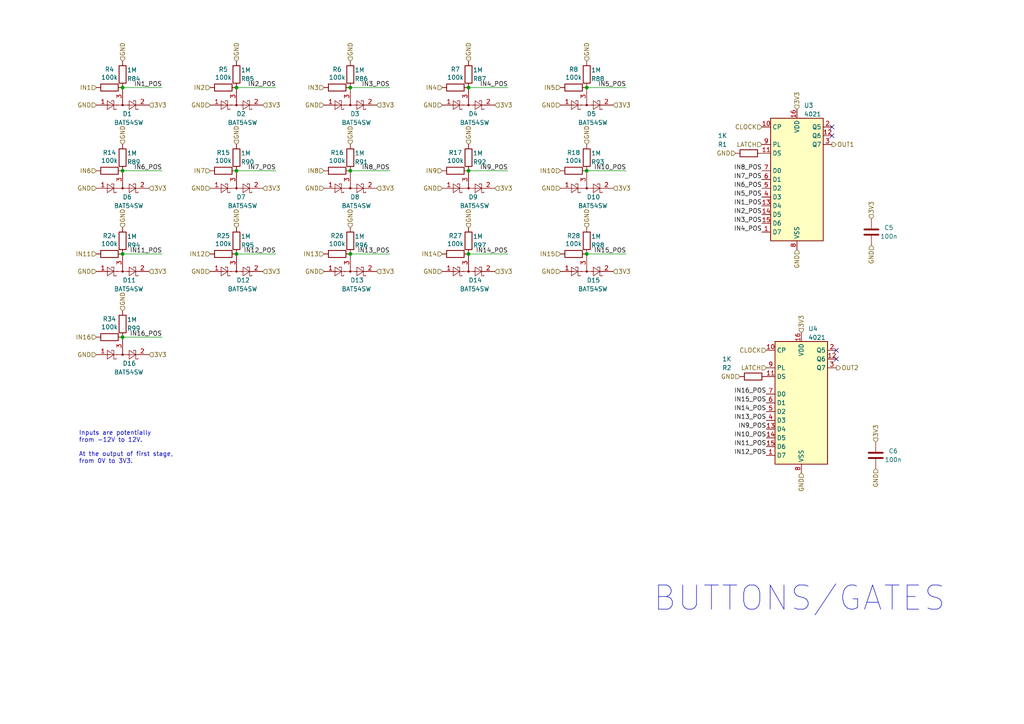
<source format=kicad_sch>
(kicad_sch (version 20211123) (generator eeschema)
  (paper "A4")
  (lib_symbols
    (symbol "4xxx:4021"
      (property "Reference" "U" (at -5.08 19.05 0))
      (property "Value" "4021" (at 3.81 19.05 0))
      (symbol "4021_0_1"
        (rectangle (start -7.62 17.78) (end 7.62 -17.78) (stroke (width 0.254)) (fill (type background)))
      )
      (symbol "4021_1_1"
        (pin input line (at -10.16 -15.24 0) (length 2.54) (name "D7") (number "1"))
        (pin input line (at -10.16 15.24 0) (length 2.54) (name "CP") (number "10"))
        (pin input line (at -10.16 7.62 0) (length 2.54) (name "DS") (number "11"))
        (pin output line (at 10.16 12.7 180) (length 2.54) (name "Q6") (number "12"))
        (pin input line (at -10.16 -7.62 0) (length 2.54) (name "D4") (number "13"))
        (pin input line (at -10.16 -10.16 0) (length 2.54) (name "D5") (number "14"))
        (pin input line (at -10.16 -12.7 0) (length 2.54) (name "D6") (number "15"))
        (pin power_in line (at 0 20.32 270) (length 2.54) (name "VDD") (number "16"))
        (pin output line (at 10.16 15.24 180) (length 2.54) (name "Q5") (number "2"))
        (pin output line (at 10.16 10.16 180) (length 2.54) (name "Q7") (number "3"))
        (pin input line (at -10.16 -5.08 0) (length 2.54) (name "D3") (number "4"))
        (pin input line (at -10.16 -2.54 0) (length 2.54) (name "D2") (number "5"))
        (pin input line (at -10.16 0 0) (length 2.54) (name "D1") (number "6"))
        (pin input line (at -10.16 2.54 0) (length 2.54) (name "D0") (number "7"))
        (pin power_in line (at 0 -20.32 90) (length 2.54) (name "VSS") (number "8"))
        (pin input line (at -10.16 10.16 0) (length 2.54) (name "PL") (number "9"))
      )
    )
    (symbol "Device:C" (pin_numbers hide) (pin_names (offset 0.254))
      (property "Reference" "C" (at 0.635 2.54 0))
      (property "Value" "C" (at 0.635 -2.54 0))
      (symbol "C_0_1"
        (polyline (pts (xy -2.032 -0.762) (xy 2.032 -0.762)) (stroke (width 0.508)))
        (polyline (pts (xy -2.032 0.762) (xy 2.032 0.762)) (stroke (width 0.508)))
      )
      (symbol "C_1_1"
        (pin passive line (at 0 3.81 270) (length 2.794) (name "~") (number "1"))
        (pin passive line (at 0 -3.81 90) (length 2.794) (name "~") (number "2"))
      )
    )
    (symbol "Device:R" (pin_numbers hide) (pin_names (offset 0))
      (property "Reference" "R" (at 2.032 0 90))
      (property "Value" "R" (at 0 0 90))
      (symbol "R_0_1"
        (rectangle (start -1.016 -2.54) (end 1.016 2.54) (stroke (width 0.254)))
      )
      (symbol "R_1_1"
        (pin passive line (at 0 3.81 270) (length 1.27) (name "~") (number "1"))
        (pin passive line (at 0 -3.81 90) (length 1.27) (name "~") (number "2"))
      )
    )
    (symbol "Diode:BAT54SW" (pin_names (offset 1.016))
      (property "Reference" "D" (at 0.635 -3.81 0))
      (property "Value" "BAT54SW" (at -6.35 3.175 0))
      (symbol "BAT54SW_0_1"
        (polyline (pts (xy -3.81 0) (xy -1.27 0)))
        (polyline (pts (xy -3.175 -1.27) (xy -3.175 -1.016)))
        (polyline (pts (xy -2.54 -1.27) (xy -3.175 -1.27)))
        (polyline (pts (xy -2.54 -1.27) (xy -2.54 1.27)))
        (polyline (pts (xy -2.54 1.27) (xy -1.905 1.27)))
        (polyline (pts (xy -1.905 0) (xy 1.905 0)))
        (polyline (pts (xy -1.905 1.27) (xy -1.905 1.016)))
        (polyline (pts (xy 1.27 0) (xy 3.81 0)))
        (polyline (pts (xy 3.175 -1.27) (xy 3.175 -1.016)))
        (polyline (pts (xy 3.81 -1.27) (xy 3.175 -1.27)))
        (polyline (pts (xy 3.81 -1.27) (xy 3.81 1.27)))
        (polyline (pts (xy 3.81 1.27) (xy 4.445 1.27)))
        (polyline (pts (xy 4.445 1.27) (xy 4.445 1.016)))
        (polyline (pts (xy -4.445 1.27) (xy -4.445 -1.27) (xy -2.54 0) (xy -4.445 1.27)))
        (polyline (pts (xy 1.905 1.27) (xy 1.905 -1.27) (xy 3.81 0) (xy 1.905 1.27)))
        (circle (center 0 0) (radius 0.254) (fill (type outline)))
      )
      (symbol "BAT54SW_1_1"
        (pin passive line (at -7.62 0 0) (length 3.81) (name "~") (number "1"))
        (pin passive line (at 7.62 0 180) (length 3.81) (name "~") (number "2"))
        (pin passive line (at 0 -5.08 90) (length 5.08) (name "~") (number "3"))
      )
    )
  )
  (junction (at 170.18 25.4))
  (junction (at 68.58 25.4))
  (junction (at 35.56 97.79))
  (junction (at 135.89 49.53))
  (junction (at 101.6 49.53))
  (junction (at 101.6 25.4))
  (junction (at 35.56 73.66))
  (junction (at 135.89 25.4))
  (junction (at 68.58 49.53))
  (junction (at 170.18 49.53))
  (junction (at 170.18 73.66))
  (junction (at 101.6 73.66))
  (junction (at 35.56 25.4))
  (junction (at 35.56 49.53))
  (junction (at 68.58 73.66))
  (junction (at 135.89 73.66))
  (no_connect (at 242.57 104.14))
  (no_connect (at 241.3 39.37))
  (no_connect (at 242.57 101.6))
  (no_connect (at 241.3 36.83))
  (wire (pts (xy 68.58 73.66) (xy 80.01 73.66)))
  (wire (pts (xy 135.89 25.4) (xy 147.32 25.4)))
  (wire (pts (xy 170.18 25.4) (xy 181.61 25.4)))
  (wire (pts (xy 135.89 73.66) (xy 147.32 73.66)))
  (wire (pts (xy 101.6 73.66) (xy 113.03 73.66)))
  (wire (pts (xy 35.56 25.4) (xy 46.99 25.4)))
  (wire (pts (xy 101.6 25.4) (xy 113.03 25.4)))
  (wire (pts (xy 68.58 25.4) (xy 80.01 25.4)))
  (wire (pts (xy 135.89 49.53) (xy 147.32 49.53)))
  (wire (pts (xy 170.18 49.53) (xy 181.61 49.53)))
  (wire (pts (xy 35.56 49.53) (xy 46.99 49.53)))
  (wire (pts (xy 170.18 73.66) (xy 181.61 73.66)))
  (wire (pts (xy 35.56 73.66) (xy 46.99 73.66)))
  (wire (pts (xy 35.56 97.79) (xy 46.99 97.79)))
  (wire (pts (xy 68.58 49.53) (xy 80.01 49.53)))
  (wire (pts (xy 101.6 49.53) (xy 113.03 49.53)))
  (text "BUTTONS/GATES" (at 189.23 177.8 0) (effects (font (size 7.0104 7.0104)) (justify left bottom)))
  (text "Inputs are potentially\nfrom -12V to 12V.\n\nAt the output of first stage,\nfrom 0V to 3V3." (at 22.86 134.62 0) (effects (font (size 1.27 1.27)) (justify left bottom)))
  (label "IN12_POS" (at 80.01 73.66 180))
  (label "IN9_POS" (at 222.25 124.46 180))
  (label "IN1_POS" (at 46.99 25.4 180))
  (label "IN2_POS" (at 220.98 62.23 180))
  (label "IN16_POS" (at 222.25 114.3 180))
  (label "IN12_POS" (at 222.25 132.08 180))
  (label "IN4_POS" (at 220.98 67.31 180))
  (label "IN7_POS" (at 80.01 49.53 180))
  (label "IN13_POS" (at 113.03 73.66 180))
  (label "IN7_POS" (at 220.98 52.07 180))
  (label "IN11_POS" (at 222.25 129.54 180))
  (label "IN8_POS" (at 113.03 49.53 180))
  (label "IN5_POS" (at 181.61 25.4 180))
  (label "IN8_POS" (at 220.98 49.53 180))
  (label "IN16_POS" (at 46.99 97.79 180))
  (label "IN13_POS" (at 222.25 121.92 180))
  (label "IN10_POS" (at 222.25 127 180))
  (label "IN2_POS" (at 80.01 25.4 180))
  (label "IN14_POS" (at 222.25 119.38 180))
  (label "IN4_POS" (at 147.32 25.4 180))
  (label "IN3_POS" (at 113.03 25.4 180))
  (label "IN5_POS" (at 220.98 57.15 180))
  (label "IN9_POS" (at 147.32 49.53 180))
  (label "IN11_POS" (at 46.99 73.66 180))
  (label "IN6_POS" (at 46.99 49.53 180))
  (label "IN14_POS" (at 147.32 73.66 180))
  (label "IN15_POS" (at 222.25 116.84 180))
  (label "IN10_POS" (at 181.61 49.53 180))
  (label "IN15_POS" (at 181.61 73.66 180))
  (label "IN3_POS" (at 220.98 64.77 180))
  (label "IN1_POS" (at 220.98 59.69 180))
  (label "IN6_POS" (at 220.98 54.61 180))
  (hierarchical_label "GND" (shape input) (at 170.18 41.91 90))
  (hierarchical_label "GND" (shape input) (at 68.58 41.91 90))
  (hierarchical_label "3V3" (shape input) (at 254 128.27 90))
  (hierarchical_label "IN16" (shape input) (at 27.94 97.79 180))
  (hierarchical_label "3V3" (shape input) (at 76.2 54.61 0))
  (hierarchical_label "3V3" (shape input) (at 109.22 30.48 0))
  (hierarchical_label "GND" (shape input) (at 162.56 30.48 180))
  (hierarchical_label "GND" (shape input) (at 60.96 78.74 180))
  (hierarchical_label "GND" (shape input) (at 252.73 71.12 270))
  (hierarchical_label "GND" (shape input) (at 128.27 54.61 180))
  (hierarchical_label "GND" (shape input) (at 128.27 78.74 180))
  (hierarchical_label "GND" (shape input) (at 27.94 30.48 180))
  (hierarchical_label "GND" (shape input) (at 35.56 66.04 90))
  (hierarchical_label "IN7" (shape input) (at 60.96 49.53 180))
  (hierarchical_label "GND" (shape input) (at 27.94 54.61 180))
  (hierarchical_label "3V3" (shape input) (at 177.8 30.48 0))
  (hierarchical_label "LATCH" (shape input) (at 222.25 106.68 180))
  (hierarchical_label "3V3" (shape input) (at 76.2 30.48 0))
  (hierarchical_label "3V3" (shape input) (at 232.41 96.52 90))
  (hierarchical_label "3V3" (shape input) (at 252.73 63.5 90))
  (hierarchical_label "IN3" (shape input) (at 93.98 25.4 180))
  (hierarchical_label "IN15" (shape input) (at 162.56 73.66 180))
  (hierarchical_label "3V3" (shape input) (at 76.2 78.74 0))
  (hierarchical_label "GND" (shape input) (at 135.89 66.04 90))
  (hierarchical_label "LATCH" (shape input) (at 220.98 41.91 180))
  (hierarchical_label "CLOCK" (shape input) (at 220.98 36.83 180))
  (hierarchical_label "3V3" (shape input) (at 109.22 78.74 0))
  (hierarchical_label "GND" (shape input) (at 93.98 78.74 180))
  (hierarchical_label "GND" (shape input) (at 27.94 78.74 180))
  (hierarchical_label "3V3" (shape input) (at 43.18 102.87 0))
  (hierarchical_label "3V3" (shape input) (at 43.18 54.61 0))
  (hierarchical_label "GND" (shape input) (at 213.36 44.45 180))
  (hierarchical_label "3V3" (shape input) (at 43.18 78.74 0))
  (hierarchical_label "OUT1" (shape output) (at 241.3 41.91 0))
  (hierarchical_label "OUT2" (shape output) (at 242.57 106.68 0))
  (hierarchical_label "GND" (shape input) (at 93.98 54.61 180))
  (hierarchical_label "3V3" (shape input) (at 143.51 78.74 0))
  (hierarchical_label "3V3" (shape input) (at 231.14 31.75 90))
  (hierarchical_label "GND" (shape input) (at 162.56 54.61 180))
  (hierarchical_label "GND" (shape input) (at 101.6 66.04 90))
  (hierarchical_label "IN5" (shape input) (at 162.56 25.4 180))
  (hierarchical_label "GND" (shape input) (at 35.56 17.78 90))
  (hierarchical_label "3V3" (shape input) (at 143.51 54.61 0))
  (hierarchical_label "CLOCK" (shape input) (at 222.25 101.6 180))
  (hierarchical_label "GND" (shape input) (at 214.63 109.22 180))
  (hierarchical_label "3V3" (shape input) (at 177.8 54.61 0))
  (hierarchical_label "3V3" (shape input) (at 143.51 30.48 0))
  (hierarchical_label "GND" (shape input) (at 60.96 30.48 180))
  (hierarchical_label "GND" (shape input) (at 35.56 41.91 90))
  (hierarchical_label "IN8" (shape input) (at 93.98 49.53 180))
  (hierarchical_label "IN2" (shape input) (at 60.96 25.4 180))
  (hierarchical_label "GND" (shape input) (at 254 135.89 270))
  (hierarchical_label "GND" (shape input) (at 232.41 137.16 270))
  (hierarchical_label "GND" (shape input) (at 135.89 41.91 90))
  (hierarchical_label "IN11" (shape input) (at 27.94 73.66 180))
  (hierarchical_label "IN13" (shape input) (at 93.98 73.66 180))
  (hierarchical_label "GND" (shape input) (at 128.27 30.48 180))
  (hierarchical_label "IN4" (shape input) (at 128.27 25.4 180))
  (hierarchical_label "GND" (shape input) (at 170.18 17.78 90))
  (hierarchical_label "IN10" (shape input) (at 162.56 49.53 180))
  (hierarchical_label "GND" (shape input) (at 27.94 102.87 180))
  (hierarchical_label "IN14" (shape input) (at 128.27 73.66 180))
  (hierarchical_label "IN9" (shape input) (at 128.27 49.53 180))
  (hierarchical_label "3V3" (shape input) (at 177.8 78.74 0))
  (hierarchical_label "GND" (shape input) (at 93.98 30.48 180))
  (hierarchical_label "GND" (shape input) (at 101.6 17.78 90))
  (hierarchical_label "GND" (shape input) (at 170.18 66.04 90))
  (hierarchical_label "IN1" (shape input) (at 27.94 25.4 180))
  (hierarchical_label "3V3" (shape input) (at 43.18 30.48 0))
  (hierarchical_label "GND" (shape input) (at 60.96 54.61 180))
  (hierarchical_label "GND" (shape input) (at 231.14 72.39 270))
  (hierarchical_label "GND" (shape input) (at 68.58 66.04 90))
  (hierarchical_label "IN6" (shape input) (at 27.94 49.53 180))
  (hierarchical_label "GND" (shape input) (at 68.58 17.78 90))
  (hierarchical_label "GND" (shape input) (at 162.56 78.74 180))
  (hierarchical_label "GND" (shape input) (at 101.6 41.91 90))
  (hierarchical_label "IN12" (shape input) (at 60.96 73.66 180))
  (hierarchical_label "GND" (shape input) (at 35.56 90.17 90))
  (hierarchical_label "3V3" (shape input) (at 109.22 54.61 0))
  (hierarchical_label "GND" (shape input) (at 135.89 17.78 90))
  (symbol (lib_id "Device:C") (at 252.73 67.31 180) (unit 1)
    (property "Reference" "C5" (at 257.81 66.04 0))
    (property "Value" "100n" (at 257.81 68.58 0))
    (property "Footprint" "Capacitor_SMD:C_0603_1608Metric" (effects hide))
    (property "Device" "Ceramic Capacitor" (effects hide))
    (property "Description" "CAP CER 0.1UF 25V X7R 0603" (effects hide))
    (property "Place" "Yes" (effects hide))
    (property "Dist" "Digikey" (effects hide))
    (property "DistPartNumber" "478-7018-1-ND" (effects hide))
    (property "DistLink" "https://www.digikey.de/en/products/detail/kyocera-avx/06033C104KAT4A/3247517" (effects hide))
    (property "Package" "0603" (effects hide))
    (property "JlcPcbPartNumber" "C14663" (effects hide))
  )
  (symbol (lib_id "Device:R") (at 31.75 25.4 270) (unit 1)
    (property "Reference" "R4" (at 31.75 20.1422 90))
    (property "Value" "100k" (at 31.75 22.4536 90))
    (property "Footprint" "Resistor_SMD:R_0603_1608Metric" (effects hide))
    (property "Device" "Resistor" (effects hide))
    (property "Description" "RES SMD 100K OHM 1% 1/10W 0603" (effects hide))
    (property "Place" "Yes" (effects hide))
    (property "Dist" "Digikey" (effects hide))
    (property "DistPartNumber" "541-100KHCT-ND" (effects hide))
    (property "DistLink" "https://www.digikey.de/product-detail/en/vishay-dale/CRCW0603100KFKEA/541-100KHCT-ND/1180038" (effects hide))
    (property "Package" "0603" (effects hide))
    (property "JlcPcbPartNumber" "C25803" (effects hide))
  )
  (symbol (lib_id "Device:R") (at 64.77 25.4 270) (unit 1)
    (property "Reference" "R5" (at 64.77 20.1422 90))
    (property "Value" "100k" (at 64.77 22.4536 90))
    (property "Footprint" "Resistor_SMD:R_0603_1608Metric" (effects hide))
    (property "Device" "Resistor" (effects hide))
    (property "Description" "RES SMD 100K OHM 1% 1/10W 0603" (effects hide))
    (property "Place" "Yes" (effects hide))
    (property "Dist" "Digikey" (effects hide))
    (property "DistPartNumber" "541-100KHCT-ND" (effects hide))
    (property "DistLink" "https://www.digikey.de/product-detail/en/vishay-dale/CRCW0603100KFKEA/541-100KHCT-ND/1180038" (effects hide))
    (property "Package" "0603" (effects hide))
    (property "JlcPcbPartNumber" "C25803" (effects hide))
  )
  (symbol (lib_id "Device:R") (at 97.79 25.4 270) (unit 1)
    (property "Reference" "R6" (at 97.79 20.1422 90))
    (property "Value" "100k" (at 97.79 22.4536 90))
    (property "Footprint" "Resistor_SMD:R_0603_1608Metric" (effects hide))
    (property "Device" "Resistor" (effects hide))
    (property "Description" "RES SMD 100K OHM 1% 1/10W 0603" (effects hide))
    (property "Place" "Yes" (effects hide))
    (property "Dist" "Digikey" (effects hide))
    (property "DistPartNumber" "541-100KHCT-ND" (effects hide))
    (property "DistLink" "https://www.digikey.de/product-detail/en/vishay-dale/CRCW0603100KFKEA/541-100KHCT-ND/1180038" (effects hide))
    (property "Package" "0603" (effects hide))
    (property "JlcPcbPartNumber" "C25803" (effects hide))
  )
  (symbol (lib_id "Device:R") (at 132.08 25.4 270) (unit 1)
    (property "Reference" "R7" (at 132.08 20.1422 90))
    (property "Value" "100k" (at 132.08 22.4536 90))
    (property "Footprint" "Resistor_SMD:R_0603_1608Metric" (effects hide))
    (property "Device" "Resistor" (effects hide))
    (property "Description" "RES SMD 100K OHM 1% 1/10W 0603" (effects hide))
    (property "Place" "Yes" (effects hide))
    (property "Dist" "Digikey" (effects hide))
    (property "DistPartNumber" "541-100KHCT-ND" (effects hide))
    (property "DistLink" "https://www.digikey.de/product-detail/en/vishay-dale/CRCW0603100KFKEA/541-100KHCT-ND/1180038" (effects hide))
    (property "Package" "0603" (effects hide))
    (property "JlcPcbPartNumber" "C25803" (effects hide))
  )
  (symbol (lib_id "Device:R") (at 166.37 25.4 270) (unit 1)
    (property "Reference" "R8" (at 166.37 20.1422 90))
    (property "Value" "100k" (at 166.37 22.4536 90))
    (property "Footprint" "Resistor_SMD:R_0603_1608Metric" (effects hide))
    (property "Device" "Resistor" (effects hide))
    (property "Description" "RES SMD 100K OHM 1% 1/10W 0603" (effects hide))
    (property "Place" "Yes" (effects hide))
    (property "Dist" "Digikey" (effects hide))
    (property "DistPartNumber" "541-100KHCT-ND" (effects hide))
    (property "DistLink" "https://www.digikey.de/product-detail/en/vishay-dale/CRCW0603100KFKEA/541-100KHCT-ND/1180038" (effects hide))
    (property "Package" "0603" (effects hide))
    (property "JlcPcbPartNumber" "C25803" (effects hide))
  )
  (symbol (lib_id "Device:R") (at 31.75 49.53 270) (unit 1)
    (property "Reference" "R14" (at 31.75 44.2722 90))
    (property "Value" "100k" (at 31.75 46.5836 90))
    (property "Footprint" "Resistor_SMD:R_0603_1608Metric" (effects hide))
    (property "Device" "Resistor" (effects hide))
    (property "Description" "RES SMD 100K OHM 1% 1/10W 0603" (effects hide))
    (property "Place" "Yes" (effects hide))
    (property "Dist" "Digikey" (effects hide))
    (property "DistPartNumber" "541-100KHCT-ND" (effects hide))
    (property "DistLink" "https://www.digikey.de/product-detail/en/vishay-dale/CRCW0603100KFKEA/541-100KHCT-ND/1180038" (effects hide))
    (property "Package" "0603" (effects hide))
    (property "JlcPcbPartNumber" "C25803" (effects hide))
  )
  (symbol (lib_id "Device:R") (at 64.77 49.53 270) (unit 1)
    (property "Reference" "R15" (at 64.77 44.2722 90))
    (property "Value" "100k" (at 64.77 46.5836 90))
    (property "Footprint" "Resistor_SMD:R_0603_1608Metric" (effects hide))
    (property "Device" "Resistor" (effects hide))
    (property "Description" "RES SMD 100K OHM 1% 1/10W 0603" (effects hide))
    (property "Place" "Yes" (effects hide))
    (property "Dist" "Digikey" (effects hide))
    (property "DistPartNumber" "541-100KHCT-ND" (effects hide))
    (property "DistLink" "https://www.digikey.de/product-detail/en/vishay-dale/CRCW0603100KFKEA/541-100KHCT-ND/1180038" (effects hide))
    (property "Package" "0603" (effects hide))
    (property "JlcPcbPartNumber" "C25803" (effects hide))
  )
  (symbol (lib_id "Device:R") (at 97.79 49.53 270) (unit 1)
    (property "Reference" "R16" (at 97.79 44.2722 90))
    (property "Value" "100k" (at 97.79 46.5836 90))
    (property "Footprint" "Resistor_SMD:R_0603_1608Metric" (effects hide))
    (property "Device" "Resistor" (effects hide))
    (property "Description" "RES SMD 100K OHM 1% 1/10W 0603" (effects hide))
    (property "Place" "Yes" (effects hide))
    (property "Dist" "Digikey" (effects hide))
    (property "DistPartNumber" "541-100KHCT-ND" (effects hide))
    (property "DistLink" "https://www.digikey.de/product-detail/en/vishay-dale/CRCW0603100KFKEA/541-100KHCT-ND/1180038" (effects hide))
    (property "Package" "0603" (effects hide))
    (property "JlcPcbPartNumber" "C25803" (effects hide))
  )
  (symbol (lib_id "Device:R") (at 132.08 49.53 270) (unit 1)
    (property "Reference" "R17" (at 132.08 44.2722 90))
    (property "Value" "100k" (at 132.08 46.5836 90))
    (property "Footprint" "Resistor_SMD:R_0603_1608Metric" (effects hide))
    (property "Device" "Resistor" (effects hide))
    (property "Description" "RES SMD 100K OHM 1% 1/10W 0603" (effects hide))
    (property "Place" "Yes" (effects hide))
    (property "Dist" "Digikey" (effects hide))
    (property "DistPartNumber" "541-100KHCT-ND" (effects hide))
    (property "DistLink" "https://www.digikey.de/product-detail/en/vishay-dale/CRCW0603100KFKEA/541-100KHCT-ND/1180038" (effects hide))
    (property "Package" "0603" (effects hide))
    (property "JlcPcbPartNumber" "C25803" (effects hide))
  )
  (symbol (lib_id "Device:R") (at 166.37 49.53 270) (unit 1)
    (property "Reference" "R18" (at 166.37 44.2722 90))
    (property "Value" "100k" (at 166.37 46.5836 90))
    (property "Footprint" "Resistor_SMD:R_0603_1608Metric" (effects hide))
    (property "Device" "Resistor" (effects hide))
    (property "Description" "RES SMD 100K OHM 1% 1/10W 0603" (effects hide))
    (property "Place" "Yes" (effects hide))
    (property "Dist" "Digikey" (effects hide))
    (property "DistPartNumber" "541-100KHCT-ND" (effects hide))
    (property "DistLink" "https://www.digikey.de/product-detail/en/vishay-dale/CRCW0603100KFKEA/541-100KHCT-ND/1180038" (effects hide))
    (property "Package" "0603" (effects hide))
    (property "JlcPcbPartNumber" "C25803" (effects hide))
  )
  (symbol (lib_id "Device:R") (at 31.75 73.66 270) (unit 1)
    (property "Reference" "R24" (at 31.75 68.4022 90))
    (property "Value" "100k" (at 31.75 70.7136 90))
    (property "Footprint" "Resistor_SMD:R_0603_1608Metric" (effects hide))
    (property "Device" "Resistor" (effects hide))
    (property "Description" "RES SMD 100K OHM 1% 1/10W 0603" (effects hide))
    (property "Place" "Yes" (effects hide))
    (property "Dist" "Digikey" (effects hide))
    (property "DistPartNumber" "541-100KHCT-ND" (effects hide))
    (property "DistLink" "https://www.digikey.de/product-detail/en/vishay-dale/CRCW0603100KFKEA/541-100KHCT-ND/1180038" (effects hide))
    (property "Package" "0603" (effects hide))
    (property "JlcPcbPartNumber" "C25803" (effects hide))
  )
  (symbol (lib_id "Device:R") (at 64.77 73.66 270) (unit 1)
    (property "Reference" "R25" (at 64.77 68.4022 90))
    (property "Value" "100k" (at 64.77 70.7136 90))
    (property "Footprint" "Resistor_SMD:R_0603_1608Metric" (effects hide))
    (property "Device" "Resistor" (effects hide))
    (property "Description" "RES SMD 100K OHM 1% 1/10W 0603" (effects hide))
    (property "Place" "Yes" (effects hide))
    (property "Dist" "Digikey" (effects hide))
    (property "DistPartNumber" "541-100KHCT-ND" (effects hide))
    (property "DistLink" "https://www.digikey.de/product-detail/en/vishay-dale/CRCW0603100KFKEA/541-100KHCT-ND/1180038" (effects hide))
    (property "Package" "0603" (effects hide))
    (property "JlcPcbPartNumber" "C25803" (effects hide))
  )
  (symbol (lib_id "Device:R") (at 97.79 73.66 270) (unit 1)
    (property "Reference" "R26" (at 97.79 68.4022 90))
    (property "Value" "100k" (at 97.79 70.7136 90))
    (property "Footprint" "Resistor_SMD:R_0603_1608Metric" (effects hide))
    (property "Device" "Resistor" (effects hide))
    (property "Description" "RES SMD 100K OHM 1% 1/10W 0603" (effects hide))
    (property "Place" "Yes" (effects hide))
    (property "Dist" "Digikey" (effects hide))
    (property "DistPartNumber" "541-100KHCT-ND" (effects hide))
    (property "DistLink" "https://www.digikey.de/product-detail/en/vishay-dale/CRCW0603100KFKEA/541-100KHCT-ND/1180038" (effects hide))
    (property "Package" "0603" (effects hide))
    (property "JlcPcbPartNumber" "C25803" (effects hide))
  )
  (symbol (lib_id "Device:R") (at 132.08 73.66 270) (unit 1)
    (property "Reference" "R27" (at 132.08 68.4022 90))
    (property "Value" "100k" (at 132.08 70.7136 90))
    (property "Footprint" "Resistor_SMD:R_0603_1608Metric" (effects hide))
    (property "Device" "Resistor" (effects hide))
    (property "Description" "RES SMD 100K OHM 1% 1/10W 0603" (effects hide))
    (property "Place" "Yes" (effects hide))
    (property "Dist" "Digikey" (effects hide))
    (property "DistPartNumber" "541-100KHCT-ND" (effects hide))
    (property "DistLink" "https://www.digikey.de/product-detail/en/vishay-dale/CRCW0603100KFKEA/541-100KHCT-ND/1180038" (effects hide))
    (property "Package" "0603" (effects hide))
    (property "JlcPcbPartNumber" "C25803" (effects hide))
  )
  (symbol (lib_id "Device:R") (at 166.37 73.66 270) (unit 1)
    (property "Reference" "R28" (at 166.37 68.4022 90))
    (property "Value" "100k" (at 166.37 70.7136 90))
    (property "Footprint" "Resistor_SMD:R_0603_1608Metric" (effects hide))
    (property "Device" "Resistor" (effects hide))
    (property "Description" "RES SMD 100K OHM 1% 1/10W 0603" (effects hide))
    (property "Place" "Yes" (effects hide))
    (property "Dist" "Digikey" (effects hide))
    (property "DistPartNumber" "541-100KHCT-ND" (effects hide))
    (property "DistLink" "https://www.digikey.de/product-detail/en/vishay-dale/CRCW0603100KFKEA/541-100KHCT-ND/1180038" (effects hide))
    (property "Package" "0603" (effects hide))
    (property "JlcPcbPartNumber" "C25803" (effects hide))
  )
  (symbol (lib_id "Device:R") (at 31.75 97.79 270) (unit 1)
    (property "Reference" "R34" (at 31.75 92.5322 90))
    (property "Value" "100k" (at 31.75 94.8436 90))
    (property "Footprint" "Resistor_SMD:R_0603_1608Metric" (effects hide))
    (property "Device" "Resistor" (effects hide))
    (property "Description" "RES SMD 100K OHM 1% 1/10W 0603" (effects hide))
    (property "Place" "Yes" (effects hide))
    (property "Dist" "Digikey" (effects hide))
    (property "DistPartNumber" "541-100KHCT-ND" (effects hide))
    (property "DistLink" "https://www.digikey.de/product-detail/en/vishay-dale/CRCW0603100KFKEA/541-100KHCT-ND/1180038" (effects hide))
    (property "Package" "0603" (effects hide))
    (property "JlcPcbPartNumber" "C25803" (effects hide))
  )
  (symbol (lib_id "Device:C") (at 254 132.08 180) (unit 1)
    (property "Reference" "C6" (at 259.08 130.81 0))
    (property "Value" "100n" (at 259.08 133.35 0))
    (property "Footprint" "Capacitor_SMD:C_0603_1608Metric" (effects hide))
    (property "Device" "Ceramic Capacitor" (effects hide))
    (property "Description" "CAP CER 0.1UF 25V X7R 0603" (effects hide))
    (property "Place" "Yes" (effects hide))
    (property "Dist" "Digikey" (effects hide))
    (property "DistPartNumber" "478-7018-1-ND" (effects hide))
    (property "DistLink" "https://www.digikey.de/en/products/detail/kyocera-avx/06033C104KAT4A/3247517" (effects hide))
    (property "Package" "0603" (effects hide))
    (property "JlcPcbPartNumber" "C14663" (effects hide))
  )
  (symbol (lib_id "Diode:BAT54SW") (at 35.56 30.48 0) (mirror x) (unit 1)
    (property "Reference" "D1" (at 35.56 33.02 0) (effects (justify left)))
    (property "Value" "BAT54SW" (at 33.02 35.56 0) (effects (justify left)))
    (property "Footprint" "Package_TO_SOT_SMD:SOT-323_SC-70" (effects hide))
    (property "Datasheet" "https://www.st.com/content/ccc/resource/technical/document/datasheet/07/50/54/f2/0d/ba/4a/79/CD00001322.pdf/files/CD00001322.pdf/jcr:content/translations/en.CD00001322.pdf" (effects hide))
    (property "Device" "Diode Array" (effects hide))
    (property "Package" "SOT-323-3" (effects hide))
    (property "Description" "DIODE ARRAY SCHOTTKY 40V SOT323" (effects hide))
    (property "Place" "Yes" (effects hide))
    (property "Dist" "Digikey" (effects hide))
    (property "DistPartNumber" "497-14153-1-ND" (effects hide))
    (property "DistLink" "https://www.digikey.de/en/products/detail/stmicroelectronics/BAT54SWFILM/1037674" (effects hide))
    (property "JlcPcbPartNumber" "C472583" (effects hide))
    (property "ReelRotation" "180" (effects hide))
  )
  (symbol (lib_id "Diode:BAT54SW") (at 68.58 30.48 0) (mirror x) (unit 1)
    (property "Reference" "D2" (at 68.58 33.02 0) (effects (justify left)))
    (property "Value" "BAT54SW" (at 66.04 35.56 0) (effects (justify left)))
    (property "Footprint" "Package_TO_SOT_SMD:SOT-323_SC-70" (effects hide))
    (property "Datasheet" "https://www.st.com/content/ccc/resource/technical/document/datasheet/07/50/54/f2/0d/ba/4a/79/CD00001322.pdf/files/CD00001322.pdf/jcr:content/translations/en.CD00001322.pdf" (effects hide))
    (property "Device" "Diode Array" (effects hide))
    (property "Package" "SOT-323-3" (effects hide))
    (property "Description" "DIODE ARRAY SCHOTTKY 40V SOT323" (effects hide))
    (property "Place" "Yes" (effects hide))
    (property "Dist" "Digikey" (effects hide))
    (property "DistPartNumber" "497-14153-1-ND" (effects hide))
    (property "DistLink" "https://www.digikey.de/en/products/detail/stmicroelectronics/BAT54SWFILM/1037674" (effects hide))
    (property "JlcPcbPartNumber" "C472583" (effects hide))
    (property "ReelRotation" "180" (effects hide))
  )
  (symbol (lib_id "Diode:BAT54SW") (at 101.6 30.48 0) (mirror x) (unit 1)
    (property "Reference" "D3" (at 101.6 33.02 0) (effects (justify left)))
    (property "Value" "BAT54SW" (at 99.06 35.56 0) (effects (justify left)))
    (property "Footprint" "Package_TO_SOT_SMD:SOT-323_SC-70" (effects hide))
    (property "Datasheet" "https://www.st.com/content/ccc/resource/technical/document/datasheet/07/50/54/f2/0d/ba/4a/79/CD00001322.pdf/files/CD00001322.pdf/jcr:content/translations/en.CD00001322.pdf" (effects hide))
    (property "Device" "Diode Array" (effects hide))
    (property "Package" "SOT-323-3" (effects hide))
    (property "Description" "DIODE ARRAY SCHOTTKY 40V SOT323" (effects hide))
    (property "Place" "Yes" (effects hide))
    (property "Dist" "Digikey" (effects hide))
    (property "DistPartNumber" "497-14153-1-ND" (effects hide))
    (property "DistLink" "https://www.digikey.de/en/products/detail/stmicroelectronics/BAT54SWFILM/1037674" (effects hide))
    (property "JlcPcbPartNumber" "C472583" (effects hide))
    (property "ReelRotation" "180" (effects hide))
  )
  (symbol (lib_id "Diode:BAT54SW") (at 135.89 30.48 0) (mirror x) (unit 1)
    (property "Reference" "D4" (at 135.89 33.02 0) (effects (justify left)))
    (property "Value" "BAT54SW" (at 133.35 35.56 0) (effects (justify left)))
    (property "Footprint" "Package_TO_SOT_SMD:SOT-323_SC-70" (effects hide))
    (property "Datasheet" "https://www.st.com/content/ccc/resource/technical/document/datasheet/07/50/54/f2/0d/ba/4a/79/CD00001322.pdf/files/CD00001322.pdf/jcr:content/translations/en.CD00001322.pdf" (effects hide))
    (property "Device" "Diode Array" (effects hide))
    (property "Package" "SOT-323-3" (effects hide))
    (property "Description" "DIODE ARRAY SCHOTTKY 40V SOT323" (effects hide))
    (property "Place" "Yes" (effects hide))
    (property "Dist" "Digikey" (effects hide))
    (property "DistPartNumber" "497-14153-1-ND" (effects hide))
    (property "DistLink" "https://www.digikey.de/en/products/detail/stmicroelectronics/BAT54SWFILM/1037674" (effects hide))
    (property "JlcPcbPartNumber" "C472583" (effects hide))
    (property "ReelRotation" "180" (effects hide))
  )
  (symbol (lib_id "Diode:BAT54SW") (at 170.18 30.48 0) (mirror x) (unit 1)
    (property "Reference" "D5" (at 170.18 33.02 0) (effects (justify left)))
    (property "Value" "BAT54SW" (at 167.64 35.56 0) (effects (justify left)))
    (property "Footprint" "Package_TO_SOT_SMD:SOT-323_SC-70" (effects hide))
    (property "Datasheet" "https://www.st.com/content/ccc/resource/technical/document/datasheet/07/50/54/f2/0d/ba/4a/79/CD00001322.pdf/files/CD00001322.pdf/jcr:content/translations/en.CD00001322.pdf" (effects hide))
    (property "Device" "Diode Array" (effects hide))
    (property "Package" "SOT-323-3" (effects hide))
    (property "Description" "DIODE ARRAY SCHOTTKY 40V SOT323" (effects hide))
    (property "Place" "Yes" (effects hide))
    (property "Dist" "Digikey" (effects hide))
    (property "DistPartNumber" "497-14153-1-ND" (effects hide))
    (property "DistLink" "https://www.digikey.de/en/products/detail/stmicroelectronics/BAT54SWFILM/1037674" (effects hide))
    (property "JlcPcbPartNumber" "C472583" (effects hide))
    (property "ReelRotation" "180" (effects hide))
  )
  (symbol (lib_id "Diode:BAT54SW") (at 35.56 54.61 0) (mirror x) (unit 1)
    (property "Reference" "D6" (at 35.56 57.15 0) (effects (justify left)))
    (property "Value" "BAT54SW" (at 33.02 59.69 0) (effects (justify left)))
    (property "Footprint" "Package_TO_SOT_SMD:SOT-323_SC-70" (effects hide))
    (property "Datasheet" "https://www.st.com/content/ccc/resource/technical/document/datasheet/07/50/54/f2/0d/ba/4a/79/CD00001322.pdf/files/CD00001322.pdf/jcr:content/translations/en.CD00001322.pdf" (effects hide))
    (property "Device" "Diode Array" (effects hide))
    (property "Package" "SOT-323-3" (effects hide))
    (property "Description" "DIODE ARRAY SCHOTTKY 40V SOT323" (effects hide))
    (property "Place" "Yes" (effects hide))
    (property "Dist" "Digikey" (effects hide))
    (property "DistPartNumber" "497-14153-1-ND" (effects hide))
    (property "DistLink" "https://www.digikey.de/en/products/detail/stmicroelectronics/BAT54SWFILM/1037674" (effects hide))
    (property "JlcPcbPartNumber" "C472583" (effects hide))
    (property "ReelRotation" "180" (effects hide))
  )
  (symbol (lib_id "Diode:BAT54SW") (at 68.58 54.61 0) (mirror x) (unit 1)
    (property "Reference" "D7" (at 68.58 57.15 0) (effects (justify left)))
    (property "Value" "BAT54SW" (at 66.04 59.69 0) (effects (justify left)))
    (property "Footprint" "Package_TO_SOT_SMD:SOT-323_SC-70" (effects hide))
    (property "Datasheet" "https://www.st.com/content/ccc/resource/technical/document/datasheet/07/50/54/f2/0d/ba/4a/79/CD00001322.pdf/files/CD00001322.pdf/jcr:content/translations/en.CD00001322.pdf" (effects hide))
    (property "Device" "Diode Array" (effects hide))
    (property "Package" "SOT-323-3" (effects hide))
    (property "Description" "DIODE ARRAY SCHOTTKY 40V SOT323" (effects hide))
    (property "Place" "Yes" (effects hide))
    (property "Dist" "Digikey" (effects hide))
    (property "DistPartNumber" "497-14153-1-ND" (effects hide))
    (property "DistLink" "https://www.digikey.de/en/products/detail/stmicroelectronics/BAT54SWFILM/1037674" (effects hide))
    (property "JlcPcbPartNumber" "C472583" (effects hide))
    (property "ReelRotation" "180" (effects hide))
  )
  (symbol (lib_id "Diode:BAT54SW") (at 101.6 54.61 0) (mirror x) (unit 1)
    (property "Reference" "D8" (at 101.6 57.15 0) (effects (justify left)))
    (property "Value" "BAT54SW" (at 99.06 59.69 0) (effects (justify left)))
    (property "Footprint" "Package_TO_SOT_SMD:SOT-323_SC-70" (effects hide))
    (property "Datasheet" "https://www.st.com/content/ccc/resource/technical/document/datasheet/07/50/54/f2/0d/ba/4a/79/CD00001322.pdf/files/CD00001322.pdf/jcr:content/translations/en.CD00001322.pdf" (effects hide))
    (property "Device" "Diode Array" (effects hide))
    (property "Package" "SOT-323-3" (effects hide))
    (property "Description" "DIODE ARRAY SCHOTTKY 40V SOT323" (effects hide))
    (property "Place" "Yes" (effects hide))
    (property "Dist" "Digikey" (effects hide))
    (property "DistPartNumber" "497-14153-1-ND" (effects hide))
    (property "DistLink" "https://www.digikey.de/en/products/detail/stmicroelectronics/BAT54SWFILM/1037674" (effects hide))
    (property "JlcPcbPartNumber" "C472583" (effects hide))
    (property "ReelRotation" "180" (effects hide))
  )
  (symbol (lib_id "Diode:BAT54SW") (at 135.89 54.61 0) (mirror x) (unit 1)
    (property "Reference" "D9" (at 135.89 57.15 0) (effects (justify left)))
    (property "Value" "BAT54SW" (at 133.35 59.69 0) (effects (justify left)))
    (property "Footprint" "Package_TO_SOT_SMD:SOT-323_SC-70" (effects hide))
    (property "Datasheet" "https://www.st.com/content/ccc/resource/technical/document/datasheet/07/50/54/f2/0d/ba/4a/79/CD00001322.pdf/files/CD00001322.pdf/jcr:content/translations/en.CD00001322.pdf" (effects hide))
    (property "Device" "Diode Array" (effects hide))
    (property "Package" "SOT-323-3" (effects hide))
    (property "Description" "DIODE ARRAY SCHOTTKY 40V SOT323" (effects hide))
    (property "Place" "Yes" (effects hide))
    (property "Dist" "Digikey" (effects hide))
    (property "DistPartNumber" "497-14153-1-ND" (effects hide))
    (property "DistLink" "https://www.digikey.de/en/products/detail/stmicroelectronics/BAT54SWFILM/1037674" (effects hide))
    (property "JlcPcbPartNumber" "C472583" (effects hide))
    (property "ReelRotation" "180" (effects hide))
  )
  (symbol (lib_id "Diode:BAT54SW") (at 170.18 54.61 0) (mirror x) (unit 1)
    (property "Reference" "D10" (at 170.18 57.15 0) (effects (justify left)))
    (property "Value" "BAT54SW" (at 167.64 59.69 0) (effects (justify left)))
    (property "Footprint" "Package_TO_SOT_SMD:SOT-323_SC-70" (effects hide))
    (property "Datasheet" "https://www.st.com/content/ccc/resource/technical/document/datasheet/07/50/54/f2/0d/ba/4a/79/CD00001322.pdf/files/CD00001322.pdf/jcr:content/translations/en.CD00001322.pdf" (effects hide))
    (property "Device" "Diode Array" (effects hide))
    (property "Package" "SOT-323-3" (effects hide))
    (property "Description" "DIODE ARRAY SCHOTTKY 40V SOT323" (effects hide))
    (property "Place" "Yes" (effects hide))
    (property "Dist" "Digikey" (effects hide))
    (property "DistPartNumber" "497-14153-1-ND" (effects hide))
    (property "DistLink" "https://www.digikey.de/en/products/detail/stmicroelectronics/BAT54SWFILM/1037674" (effects hide))
    (property "JlcPcbPartNumber" "C472583" (effects hide))
    (property "ReelRotation" "180" (effects hide))
  )
  (symbol (lib_id "Diode:BAT54SW") (at 35.56 78.74 0) (mirror x) (unit 1)
    (property "Reference" "D11" (at 35.56 81.28 0) (effects (justify left)))
    (property "Value" "BAT54SW" (at 33.02 83.82 0) (effects (justify left)))
    (property "Footprint" "Package_TO_SOT_SMD:SOT-323_SC-70" (effects hide))
    (property "Datasheet" "https://www.st.com/content/ccc/resource/technical/document/datasheet/07/50/54/f2/0d/ba/4a/79/CD00001322.pdf/files/CD00001322.pdf/jcr:content/translations/en.CD00001322.pdf" (effects hide))
    (property "Device" "Diode Array" (effects hide))
    (property "Package" "SOT-323-3" (effects hide))
    (property "Description" "DIODE ARRAY SCHOTTKY 40V SOT323" (effects hide))
    (property "Place" "Yes" (effects hide))
    (property "Dist" "Digikey" (effects hide))
    (property "DistPartNumber" "497-14153-1-ND" (effects hide))
    (property "DistLink" "https://www.digikey.de/en/products/detail/stmicroelectronics/BAT54SWFILM/1037674" (effects hide))
    (property "JlcPcbPartNumber" "C472583" (effects hide))
    (property "ReelRotation" "180" (effects hide))
  )
  (symbol (lib_id "Diode:BAT54SW") (at 68.58 78.74 0) (mirror x) (unit 1)
    (property "Reference" "D12" (at 68.58 81.28 0) (effects (justify left)))
    (property "Value" "BAT54SW" (at 66.04 83.82 0) (effects (justify left)))
    (property "Footprint" "Package_TO_SOT_SMD:SOT-323_SC-70" (effects hide))
    (property "Datasheet" "https://www.st.com/content/ccc/resource/technical/document/datasheet/07/50/54/f2/0d/ba/4a/79/CD00001322.pdf/files/CD00001322.pdf/jcr:content/translations/en.CD00001322.pdf" (effects hide))
    (property "Device" "Diode Array" (effects hide))
    (property "Package" "SOT-323-3" (effects hide))
    (property "Description" "DIODE ARRAY SCHOTTKY 40V SOT323" (effects hide))
    (property "Place" "Yes" (effects hide))
    (property "Dist" "Digikey" (effects hide))
    (property "DistPartNumber" "497-14153-1-ND" (effects hide))
    (property "DistLink" "https://www.digikey.de/en/products/detail/stmicroelectronics/BAT54SWFILM/1037674" (effects hide))
    (property "JlcPcbPartNumber" "C472583" (effects hide))
    (property "ReelRotation" "180" (effects hide))
  )
  (symbol (lib_id "Diode:BAT54SW") (at 101.6 78.74 0) (mirror x) (unit 1)
    (property "Reference" "D13" (at 101.6 81.28 0) (effects (justify left)))
    (property "Value" "BAT54SW" (at 99.06 83.82 0) (effects (justify left)))
    (property "Footprint" "Package_TO_SOT_SMD:SOT-323_SC-70" (effects hide))
    (property "Datasheet" "https://www.st.com/content/ccc/resource/technical/document/datasheet/07/50/54/f2/0d/ba/4a/79/CD00001322.pdf/files/CD00001322.pdf/jcr:content/translations/en.CD00001322.pdf" (effects hide))
    (property "Device" "Diode Array" (effects hide))
    (property "Package" "SOT-323-3" (effects hide))
    (property "Description" "DIODE ARRAY SCHOTTKY 40V SOT323" (effects hide))
    (property "Place" "Yes" (effects hide))
    (property "Dist" "Digikey" (effects hide))
    (property "DistPartNumber" "497-14153-1-ND" (effects hide))
    (property "DistLink" "https://www.digikey.de/en/products/detail/stmicroelectronics/BAT54SWFILM/1037674" (effects hide))
    (property "JlcPcbPartNumber" "C472583" (effects hide))
    (property "ReelRotation" "180" (effects hide))
  )
  (symbol (lib_id "Diode:BAT54SW") (at 135.89 78.74 0) (mirror x) (unit 1)
    (property "Reference" "D14" (at 135.89 81.28 0) (effects (justify left)))
    (property "Value" "BAT54SW" (at 133.35 83.82 0) (effects (justify left)))
    (property "Footprint" "Package_TO_SOT_SMD:SOT-323_SC-70" (effects hide))
    (property "Datasheet" "https://www.st.com/content/ccc/resource/technical/document/datasheet/07/50/54/f2/0d/ba/4a/79/CD00001322.pdf/files/CD00001322.pdf/jcr:content/translations/en.CD00001322.pdf" (effects hide))
    (property "Device" "Diode Array" (effects hide))
    (property "Package" "SOT-323-3" (effects hide))
    (property "Description" "DIODE ARRAY SCHOTTKY 40V SOT323" (effects hide))
    (property "Place" "Yes" (effects hide))
    (property "Dist" "Digikey" (effects hide))
    (property "DistPartNumber" "497-14153-1-ND" (effects hide))
    (property "DistLink" "https://www.digikey.de/en/products/detail/stmicroelectronics/BAT54SWFILM/1037674" (effects hide))
    (property "JlcPcbPartNumber" "C472583" (effects hide))
    (property "ReelRotation" "180" (effects hide))
  )
  (symbol (lib_id "Diode:BAT54SW") (at 170.18 78.74 0) (mirror x) (unit 1)
    (property "Reference" "D15" (at 170.18 81.28 0) (effects (justify left)))
    (property "Value" "BAT54SW" (at 167.64 83.82 0) (effects (justify left)))
    (property "Footprint" "Package_TO_SOT_SMD:SOT-323_SC-70" (effects hide))
    (property "Datasheet" "https://www.st.com/content/ccc/resource/technical/document/datasheet/07/50/54/f2/0d/ba/4a/79/CD00001322.pdf/files/CD00001322.pdf/jcr:content/translations/en.CD00001322.pdf" (effects hide))
    (property "Device" "Diode Array" (effects hide))
    (property "Package" "SOT-323-3" (effects hide))
    (property "Description" "DIODE ARRAY SCHOTTKY 40V SOT323" (effects hide))
    (property "Place" "Yes" (effects hide))
    (property "Dist" "Digikey" (effects hide))
    (property "DistPartNumber" "497-14153-1-ND" (effects hide))
    (property "DistLink" "https://www.digikey.de/en/products/detail/stmicroelectronics/BAT54SWFILM/1037674" (effects hide))
    (property "JlcPcbPartNumber" "C472583" (effects hide))
    (property "ReelRotation" "180" (effects hide))
  )
  (symbol (lib_id "Diode:BAT54SW") (at 35.56 102.87 0) (mirror x) (unit 1)
    (property "Reference" "D16" (at 35.56 105.41 0) (effects (justify left)))
    (property "Value" "BAT54SW" (at 33.02 107.95 0) (effects (justify left)))
    (property "Footprint" "Package_TO_SOT_SMD:SOT-323_SC-70" (effects hide))
    (property "Datasheet" "https://www.st.com/content/ccc/resource/technical/document/datasheet/07/50/54/f2/0d/ba/4a/79/CD00001322.pdf/files/CD00001322.pdf/jcr:content/translations/en.CD00001322.pdf" (effects hide))
    (property "Device" "Diode Array" (effects hide))
    (property "Package" "SOT-323-3" (effects hide))
    (property "Description" "DIODE ARRAY SCHOTTKY 40V SOT323" (effects hide))
    (property "Place" "Yes" (effects hide))
    (property "Dist" "Digikey" (effects hide))
    (property "DistPartNumber" "497-14153-1-ND" (effects hide))
    (property "DistLink" "https://www.digikey.de/en/products/detail/stmicroelectronics/BAT54SWFILM/1037674" (effects hide))
    (property "JlcPcbPartNumber" "C472583" (effects hide))
    (property "ReelRotation" "180" (effects hide))
  )
  (symbol (lib_id "Device:R") (at 101.6 21.59 0) (mirror y) (unit 1)
    (property "Reference" "R86" (at 102.87 22.86 0) (effects (justify right)))
    (property "Value" "1M" (at 102.87 20.32 0) (effects (justify right)))
    (property "Footprint" "Resistor_SMD:R_0603_1608Metric" (effects hide))
    (property "Device" "Resistor" (effects hide))
    (property "Description" "RES SMD 1M OHM 1% 1/10W 0603" (effects hide))
    (property "Place" "Yes" (effects hide))
    (property "Dist" "Digikey" (effects hide))
    (property "DistPartNumber" "541-1.00MHCT-ND" (effects hide))
    (property "DistLink" "https://www.digikey.de/en/products/detail/vishay-dale/CRCW06031M00FKEA/1175010" (effects hide))
    (property "JlcPcbPartNumber" "C22935" (effects hide))
    (property "Package" "0603" (effects hide))
  )
  (symbol (lib_id "Device:R") (at 68.58 21.59 0) (mirror y) (unit 1)
    (property "Reference" "R85" (at 69.85 22.86 0) (effects (justify right)))
    (property "Value" "1M" (at 69.85 20.32 0) (effects (justify right)))
    (property "Footprint" "Resistor_SMD:R_0603_1608Metric" (effects hide))
    (property "Device" "Resistor" (effects hide))
    (property "Description" "RES SMD 1M OHM 1% 1/10W 0603" (effects hide))
    (property "Place" "Yes" (effects hide))
    (property "Dist" "Digikey" (effects hide))
    (property "DistPartNumber" "541-1.00MHCT-ND" (effects hide))
    (property "DistLink" "https://www.digikey.de/en/products/detail/vishay-dale/CRCW06031M00FKEA/1175010" (effects hide))
    (property "JlcPcbPartNumber" "C22935" (effects hide))
    (property "Package" "0603" (effects hide))
  )
  (symbol (lib_id "Device:R") (at 170.18 45.72 0) (mirror y) (unit 1)
    (property "Reference" "R93" (at 171.45 46.99 0) (effects (justify right)))
    (property "Value" "1M" (at 171.45 44.45 0) (effects (justify right)))
    (property "Footprint" "Resistor_SMD:R_0603_1608Metric" (effects hide))
    (property "Device" "Resistor" (effects hide))
    (property "Description" "RES SMD 1M OHM 1% 1/10W 0603" (effects hide))
    (property "Place" "Yes" (effects hide))
    (property "Dist" "Digikey" (effects hide))
    (property "DistPartNumber" "541-1.00MHCT-ND" (effects hide))
    (property "DistLink" "https://www.digikey.de/en/products/detail/vishay-dale/CRCW06031M00FKEA/1175010" (effects hide))
    (property "JlcPcbPartNumber" "C22935" (effects hide))
    (property "Package" "0603" (effects hide))
  )
  (symbol (lib_id "Device:R") (at 101.6 69.85 0) (mirror y) (unit 1)
    (property "Reference" "R96" (at 102.87 71.12 0) (effects (justify right)))
    (property "Value" "1M" (at 102.87 68.58 0) (effects (justify right)))
    (property "Footprint" "Resistor_SMD:R_0603_1608Metric" (effects hide))
    (property "Device" "Resistor" (effects hide))
    (property "Description" "RES SMD 1M OHM 1% 1/10W 0603" (effects hide))
    (property "Place" "Yes" (effects hide))
    (property "Dist" "Digikey" (effects hide))
    (property "DistPartNumber" "541-1.00MHCT-ND" (effects hide))
    (property "DistLink" "https://www.digikey.de/en/products/detail/vishay-dale/CRCW06031M00FKEA/1175010" (effects hide))
    (property "JlcPcbPartNumber" "C22935" (effects hide))
    (property "Package" "0603" (effects hide))
  )
  (symbol (lib_id "Device:R") (at 68.58 69.85 0) (mirror y) (unit 1)
    (property "Reference" "R95" (at 69.85 71.12 0) (effects (justify right)))
    (property "Value" "1M" (at 69.85 68.58 0) (effects (justify right)))
    (property "Footprint" "Resistor_SMD:R_0603_1608Metric" (effects hide))
    (property "Device" "Resistor" (effects hide))
    (property "Description" "RES SMD 1M OHM 1% 1/10W 0603" (effects hide))
    (property "Place" "Yes" (effects hide))
    (property "Dist" "Digikey" (effects hide))
    (property "DistPartNumber" "541-1.00MHCT-ND" (effects hide))
    (property "DistLink" "https://www.digikey.de/en/products/detail/vishay-dale/CRCW06031M00FKEA/1175010" (effects hide))
    (property "JlcPcbPartNumber" "C22935" (effects hide))
    (property "Package" "0603" (effects hide))
  )
  (symbol (lib_id "4xxx:4021") (at 231.14 52.07 0) (unit 1)
    (property "Reference" "U3" (at 233.1594 30.5902 0) (effects (justify left)))
    (property "Value" "4021" (at 233.1594 33.1271 0) (effects (justify left)))
    (property "Footprint" "Package_SO:TSSOP-16_4.4x5mm_P0.65mm" (effects hide))
    (property "Datasheet" "https://assets.nexperia.com/documents/data-sheet/HEF4021B.pdf" (effects hide))
    (property "Device" "Shift Register" (effects hide))
    (property "Description" "IC STATIC SHFT REG 8STG 16-TSSOP" (effects hide))
    (property "Place" "Yes" (effects hide))
    (property "Dist" "Digikey" (effects hide))
    (property "DistPartNumber" "296-14256-1-ND" (effects hide))
    (property "DistLink" "https://www.digikey.de/en/products/detail/texas-instruments/CD4021BPWR/528381" (effects hide))
    (property "Package" "TSSOP-16" (effects hide))
    (property "JlcPcbPartNumber" "C2877061" (effects hide))
    (property "ReelRotation" "90" (effects hide))
  )
  (symbol (lib_id "Device:R") (at 135.89 69.85 0) (mirror y) (unit 1)
    (property "Reference" "R97" (at 137.16 71.12 0) (effects (justify right)))
    (property "Value" "1M" (at 137.16 68.58 0) (effects (justify right)))
    (property "Footprint" "Resistor_SMD:R_0603_1608Metric" (effects hide))
    (property "Device" "Resistor" (effects hide))
    (property "Description" "RES SMD 1M OHM 1% 1/10W 0603" (effects hide))
    (property "Place" "Yes" (effects hide))
    (property "Dist" "Digikey" (effects hide))
    (property "DistPartNumber" "541-1.00MHCT-ND" (effects hide))
    (property "DistLink" "https://www.digikey.de/en/products/detail/vishay-dale/CRCW06031M00FKEA/1175010" (effects hide))
    (property "JlcPcbPartNumber" "C22935" (effects hide))
    (property "Package" "0603" (effects hide))
  )
  (symbol (lib_id "Device:R") (at 35.56 93.98 0) (mirror y) (unit 1)
    (property "Reference" "R99" (at 36.83 95.25 0) (effects (justify right)))
    (property "Value" "1M" (at 36.83 92.71 0) (effects (justify right)))
    (property "Footprint" "Resistor_SMD:R_0603_1608Metric" (effects hide))
    (property "Device" "Resistor" (effects hide))
    (property "Description" "RES SMD 1M OHM 1% 1/10W 0603" (effects hide))
    (property "Place" "Yes" (effects hide))
    (property "Dist" "Digikey" (effects hide))
    (property "DistPartNumber" "541-1.00MHCT-ND" (effects hide))
    (property "DistLink" "https://www.digikey.de/en/products/detail/vishay-dale/CRCW06031M00FKEA/1175010" (effects hide))
    (property "JlcPcbPartNumber" "C22935" (effects hide))
    (property "Package" "0603" (effects hide))
  )
  (symbol (lib_id "Device:R") (at 218.44 109.22 270) (unit 1)
    (property "Reference" "R2" (at 210.82 106.68 90))
    (property "Value" "1K" (at 210.82 104.14 90))
    (property "Footprint" "Resistor_SMD:R_0603_1608Metric" (effects hide))
    (property "Device" "Resistor" (effects hide))
    (property "Description" "RES SMD 1K OHM 1% 1/10W 0603" (effects hide))
    (property "Place" "Yes" (effects hide))
    (property "Dist" "Digikey" (effects hide))
    (property "DistPartNumber" "311-1KLDCT-ND" (effects hide))
    (property "DistLink" "https://www.digikey.de/product-detail/en/yageo/AC0603FR-071KL/311-1KLDCT-ND/2828140" (effects hide))
    (property "Package" "0603" (effects hide))
    (property "JlcPcbPartNumber" "C21190" (effects hide))
  )
  (symbol (lib_id "Device:R") (at 170.18 69.85 0) (mirror y) (unit 1)
    (property "Reference" "R98" (at 171.45 71.12 0) (effects (justify right)))
    (property "Value" "1M" (at 171.45 68.58 0) (effects (justify right)))
    (property "Footprint" "Resistor_SMD:R_0603_1608Metric" (effects hide))
    (property "Device" "Resistor" (effects hide))
    (property "Description" "RES SMD 1M OHM 1% 1/10W 0603" (effects hide))
    (property "Place" "Yes" (effects hide))
    (property "Dist" "Digikey" (effects hide))
    (property "DistPartNumber" "541-1.00MHCT-ND" (effects hide))
    (property "DistLink" "https://www.digikey.de/en/products/detail/vishay-dale/CRCW06031M00FKEA/1175010" (effects hide))
    (property "JlcPcbPartNumber" "C22935" (effects hide))
    (property "Package" "0603" (effects hide))
  )
  (symbol (lib_id "Device:R") (at 170.18 21.59 0) (mirror y) (unit 1)
    (property "Reference" "R88" (at 171.45 22.86 0) (effects (justify right)))
    (property "Value" "1M" (at 171.45 20.32 0) (effects (justify right)))
    (property "Footprint" "Resistor_SMD:R_0603_1608Metric" (effects hide))
    (property "Device" "Resistor" (effects hide))
    (property "Description" "RES SMD 1M OHM 1% 1/10W 0603" (effects hide))
    (property "Place" "Yes" (effects hide))
    (property "Dist" "Digikey" (effects hide))
    (property "DistPartNumber" "541-1.00MHCT-ND" (effects hide))
    (property "DistLink" "https://www.digikey.de/en/products/detail/vishay-dale/CRCW06031M00FKEA/1175010" (effects hide))
    (property "JlcPcbPartNumber" "C22935" (effects hide))
    (property "Package" "0603" (effects hide))
  )
  (symbol (lib_id "Device:R") (at 217.17 44.45 270) (unit 1)
    (property "Reference" "R1" (at 209.55 41.91 90))
    (property "Value" "1K" (at 209.55 39.37 90))
    (property "Footprint" "Resistor_SMD:R_0603_1608Metric" (effects hide))
    (property "Device" "Resistor" (effects hide))
    (property "Description" "RES SMD 1K OHM 1% 1/10W 0603" (effects hide))
    (property "Place" "Yes" (effects hide))
    (property "Dist" "Digikey" (effects hide))
    (property "DistPartNumber" "311-1KLDCT-ND" (effects hide))
    (property "DistLink" "https://www.digikey.de/product-detail/en/yageo/AC0603FR-071KL/311-1KLDCT-ND/2828140" (effects hide))
    (property "Package" "0603" (effects hide))
    (property "JlcPcbPartNumber" "C21190" (effects hide))
  )
  (symbol (lib_id "Device:R") (at 35.56 45.72 0) (mirror y) (unit 1)
    (property "Reference" "R89" (at 36.83 46.99 0) (effects (justify right)))
    (property "Value" "1M" (at 36.83 44.45 0) (effects (justify right)))
    (property "Footprint" "Resistor_SMD:R_0603_1608Metric" (effects hide))
    (property "Device" "Resistor" (effects hide))
    (property "Description" "RES SMD 1M OHM 1% 1/10W 0603" (effects hide))
    (property "Place" "Yes" (effects hide))
    (property "Dist" "Digikey" (effects hide))
    (property "DistPartNumber" "541-1.00MHCT-ND" (effects hide))
    (property "DistLink" "https://www.digikey.de/en/products/detail/vishay-dale/CRCW06031M00FKEA/1175010" (effects hide))
    (property "JlcPcbPartNumber" "C22935" (effects hide))
    (property "Package" "0603" (effects hide))
  )
  (symbol (lib_id "Device:R") (at 101.6 45.72 0) (mirror y) (unit 1)
    (property "Reference" "R91" (at 102.87 46.99 0) (effects (justify right)))
    (property "Value" "1M" (at 102.87 44.45 0) (effects (justify right)))
    (property "Footprint" "Resistor_SMD:R_0603_1608Metric" (effects hide))
    (property "Device" "Resistor" (effects hide))
    (property "Description" "RES SMD 1M OHM 1% 1/10W 0603" (effects hide))
    (property "Place" "Yes" (effects hide))
    (property "Dist" "Digikey" (effects hide))
    (property "DistPartNumber" "541-1.00MHCT-ND" (effects hide))
    (property "DistLink" "https://www.digikey.de/en/products/detail/vishay-dale/CRCW06031M00FKEA/1175010" (effects hide))
    (property "JlcPcbPartNumber" "C22935" (effects hide))
    (property "Package" "0603" (effects hide))
  )
  (symbol (lib_id "Device:R") (at 68.58 45.72 0) (mirror y) (unit 1)
    (property "Reference" "R90" (at 69.85 46.99 0) (effects (justify right)))
    (property "Value" "1M" (at 69.85 44.45 0) (effects (justify right)))
    (property "Footprint" "Resistor_SMD:R_0603_1608Metric" (effects hide))
    (property "Device" "Resistor" (effects hide))
    (property "Description" "RES SMD 1M OHM 1% 1/10W 0603" (effects hide))
    (property "Place" "Yes" (effects hide))
    (property "Dist" "Digikey" (effects hide))
    (property "DistPartNumber" "541-1.00MHCT-ND" (effects hide))
    (property "DistLink" "https://www.digikey.de/en/products/detail/vishay-dale/CRCW06031M00FKEA/1175010" (effects hide))
    (property "JlcPcbPartNumber" "C22935" (effects hide))
    (property "Package" "0603" (effects hide))
  )
  (symbol (lib_id "Device:R") (at 135.89 21.59 0) (mirror y) (unit 1)
    (property "Reference" "R87" (at 137.16 22.86 0) (effects (justify right)))
    (property "Value" "1M" (at 137.16 20.32 0) (effects (justify right)))
    (property "Footprint" "Resistor_SMD:R_0603_1608Metric" (effects hide))
    (property "Device" "Resistor" (effects hide))
    (property "Description" "RES SMD 1M OHM 1% 1/10W 0603" (effects hide))
    (property "Place" "Yes" (effects hide))
    (property "Dist" "Digikey" (effects hide))
    (property "DistPartNumber" "541-1.00MHCT-ND" (effects hide))
    (property "DistLink" "https://www.digikey.de/en/products/detail/vishay-dale/CRCW06031M00FKEA/1175010" (effects hide))
    (property "JlcPcbPartNumber" "C22935" (effects hide))
    (property "Package" "0603" (effects hide))
  )
  (symbol (lib_id "Device:R") (at 135.89 45.72 0) (mirror y) (unit 1)
    (property "Reference" "R92" (at 137.16 46.99 0) (effects (justify right)))
    (property "Value" "1M" (at 137.16 44.45 0) (effects (justify right)))
    (property "Footprint" "Resistor_SMD:R_0603_1608Metric" (effects hide))
    (property "Device" "Resistor" (effects hide))
    (property "Description" "RES SMD 1M OHM 1% 1/10W 0603" (effects hide))
    (property "Place" "Yes" (effects hide))
    (property "Dist" "Digikey" (effects hide))
    (property "DistPartNumber" "541-1.00MHCT-ND" (effects hide))
    (property "DistLink" "https://www.digikey.de/en/products/detail/vishay-dale/CRCW06031M00FKEA/1175010" (effects hide))
    (property "JlcPcbPartNumber" "C22935" (effects hide))
    (property "Package" "0603" (effects hide))
  )
  (symbol (lib_id "Device:R") (at 35.56 69.85 0) (mirror y) (unit 1)
    (property "Reference" "R94" (at 36.83 71.12 0) (effects (justify right)))
    (property "Value" "1M" (at 36.83 68.58 0) (effects (justify right)))
    (property "Footprint" "Resistor_SMD:R_0603_1608Metric" (effects hide))
    (property "Device" "Resistor" (effects hide))
    (property "Description" "RES SMD 1M OHM 1% 1/10W 0603" (effects hide))
    (property "Place" "Yes" (effects hide))
    (property "Dist" "Digikey" (effects hide))
    (property "DistPartNumber" "541-1.00MHCT-ND" (effects hide))
    (property "DistLink" "https://www.digikey.de/en/products/detail/vishay-dale/CRCW06031M00FKEA/1175010" (effects hide))
    (property "JlcPcbPartNumber" "C22935" (effects hide))
    (property "Package" "0603" (effects hide))
  )
  (symbol (lib_id "Device:R") (at 35.56 21.59 0) (mirror y) (unit 1)
    (property "Reference" "R84" (at 36.83 22.86 0) (effects (justify right)))
    (property "Value" "1M" (at 36.83 20.32 0) (effects (justify right)))
    (property "Footprint" "Resistor_SMD:R_0603_1608Metric" (effects hide))
    (property "Device" "Resistor" (effects hide))
    (property "Description" "RES SMD 1M OHM 1% 1/10W 0603" (effects hide))
    (property "Place" "Yes" (effects hide))
    (property "Dist" "Digikey" (effects hide))
    (property "DistPartNumber" "541-1.00MHCT-ND" (effects hide))
    (property "DistLink" "https://www.digikey.de/en/products/detail/vishay-dale/CRCW06031M00FKEA/1175010" (effects hide))
    (property "JlcPcbPartNumber" "C22935" (effects hide))
    (property "Package" "0603" (effects hide))
  )
  (symbol (lib_id "4xxx:4021") (at 232.41 116.84 0) (unit 1)
    (property "Reference" "U4" (at 234.4294 95.3602 0) (effects (justify left)))
    (property "Value" "4021" (at 234.4294 97.8971 0) (effects (justify left)))
    (property "Footprint" "Package_SO:TSSOP-16_4.4x5mm_P0.65mm" (effects hide))
    (property "Datasheet" "https://assets.nexperia.com/documents/data-sheet/HEF4021B.pdf" (effects hide))
    (property "Device" "Shift Register" (effects hide))
    (property "Description" "IC STATIC SHFT REG 8STG 16-TSSOP" (effects hide))
    (property "Place" "Yes" (effects hide))
    (property "Dist" "Digikey" (effects hide))
    (property "DistPartNumber" "296-14256-1-ND" (effects hide))
    (property "DistLink" "https://www.digikey.de/en/products/detail/texas-instruments/CD4021BPWR/528381" (effects hide))
    (property "Package" "TSSOP-16" (effects hide))
    (property "JlcPcbPartNumber" "C2877061" (effects hide))
    (property "ReelRotation" "90" (effects hide))
  )
)
</source>
